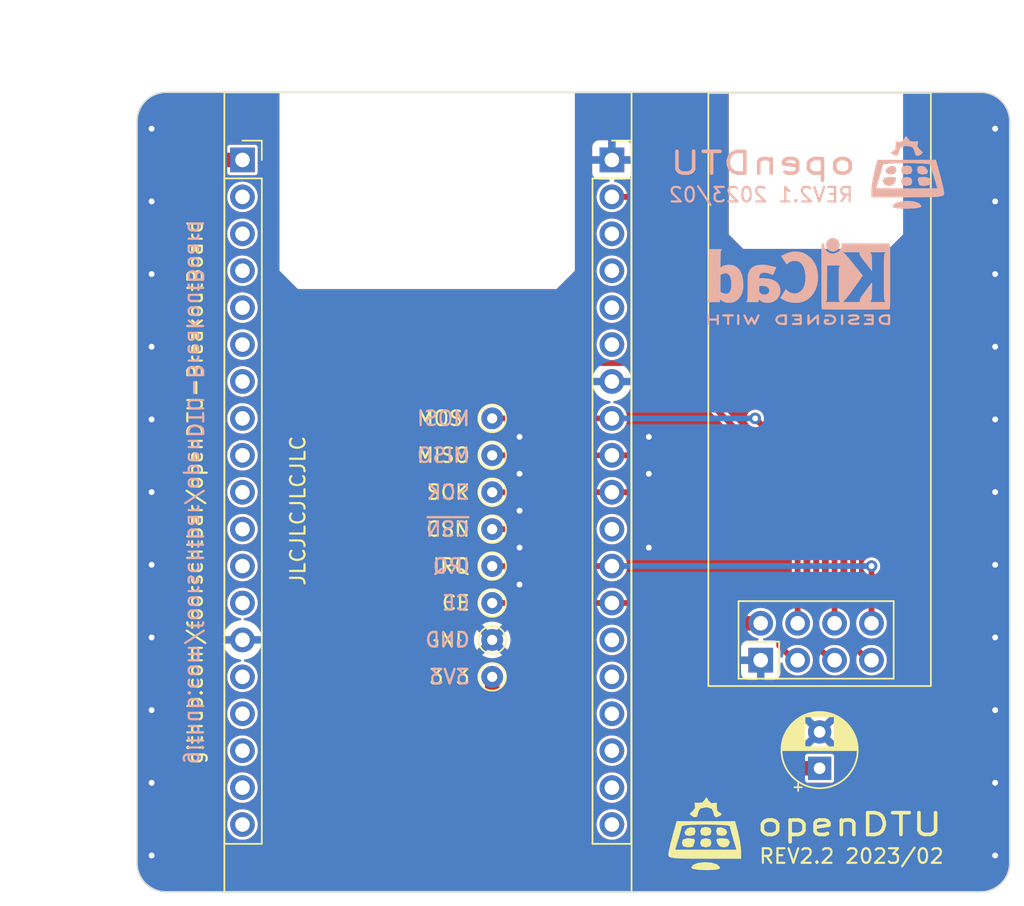
<source format=kicad_pcb>
(kicad_pcb (version 20221018) (generator pcbnew)
  (title_block (title "openDTU-BreakoutBoard") (date "2023-02-25") (rev "2.2"))
  (layers (0 "F.Cu" signal) (31 "B.Cu" signal) (34 "B.Paste" user) (35 "F.Paste" user) (36 "B.SilkS" user "B.Silkscreen") (37 "F.SilkS" user "F.Silkscreen") (38 "B.Mask" user) (39 "F.Mask" user) (44 "Edge.Cuts" user))
  (net 0 "")
  (net 1 "+3.3V")
  (net 14 "GND")
  (net 26 "/CE")
  (net 27 "/IRQ")
  (net 29 "/~{CSN}")
  (net 30 "/SCK")
  (net 31 "/MISO")
  (net 36 "/MOSI")
  (footprint "TestPoint:TestPoint_THTPad_D1.5mm_Drill0.7mm" (layer "F.Cu") (at 139.5975 92.866)
    (fp_text reference "TP2" hide)
    (fp_text value "TestPoint" hide)
    (fp_text user "MISO" (at -3.353333 0 unlocked) (layer "B.SilkS") (effects (justify mirror)))
    (fp_text user "MISO" (at -3.353333 0 unlocked) (layer "F.SilkS"))
    (pad "1" thru_hole circle (at 0 0) (size 1.5 1.5) (drill 0.7) (layers "*.Cu" "*.Mask") (net 31 "/MISO"))
  )
  (footprint "TestPoint:TestPoint_THTPad_D1.5mm_Drill0.7mm" (layer "F.Cu") (at 139.5975 108.106)
    (fp_text reference "TP7" hide)
    (fp_text value "TestPoint" hide)
    (pad "1" thru_hole circle (at 0 0) (size 1.5 1.5) (drill 0.7) (layers "*.Cu" "*.Mask") (net 1 "+3.3V"))
  )
  (footprint "TestPoint:TestPoint_THTPad_D1.5mm_Drill0.7mm" (layer "F.Cu") (at 139.5975 95.406)
    (fp_text reference "TP3" hide)
    (fp_text value "TestPoint" hide)
    (fp_text user "SCK" (at -3.02 0 unlocked) (layer "B.SilkS") (effects (justify mirror)))
    (fp_text user "SCK" (at -3.02 0 unlocked) (layer "F.SilkS"))
    (pad "1" thru_hole circle (at 0 0) (size 1.5 1.5) (drill 0.7) (layers "*.Cu" "*.Mask") (net 30 "/SCK"))
  )
  (footprint "TestPoint:TestPoint_THTPad_D1.5mm_Drill0.7mm" (layer "F.Cu") (at 139.5975 90.326)
    (fp_text reference "TP1" hide)
    (fp_text value "TestPoint" hide)
    (fp_text user "MOSI" (at -3.353333 0 unlocked) (layer "B.SilkS") (effects (justify mirror)))
    (fp_text user "MOSI" (at -3.353333 0 unlocked) (layer "F.SilkS"))
    (pad "1" thru_hole circle (at 0 0) (size 1.5 1.5) (drill 0.7) (layers "*.Cu" "*.Mask") (net 36 "/MOSI"))
  )
  (footprint "ESP32-NodeMCU_WROOM_32:ESP32-NodeMCU_WROOM_32" (layer "F.Cu") (at 122.4275 72.546)
    (fp_text reference "U1" hide)
    (fp_text value "ESP32NodeMCU")
    (pad "1" thru_hole rect (at 0 0) (size 1.7 1.7) (drill 1) (layers "*.Cu" "*.Mask") (net 1 "+3.3V"))
    (pad "2" thru_hole oval (at 0 2.54) (size 1.7 1.7) (drill 1) (layers "*.Cu" "*.Mask"))
    (pad "3" thru_hole oval (at 0 5.08) (size 1.7 1.7) (drill 1) (layers "*.Cu" "*.Mask"))
    (pad "4" thru_hole oval (at 0 7.62) (size 1.7 1.7) (drill 1) (layers "*.Cu" "*.Mask"))
    (pad "5" thru_hole oval (at 0 10.16) (size 1.7 1.7) (drill 1) (layers "*.Cu" "*.Mask"))
    (pad "6" thru_hole oval (at 0 12.7) (size 1.7 1.7) (drill 1) (layers "*.Cu" "*.Mask"))
    (pad "7" thru_hole oval (at 0 15.24) (size 1.7 1.7) (drill 1) (layers "*.Cu" "*.Mask"))
    (pad "8" thru_hole oval (at 0 17.78) (size 1.7 1.7) (drill 1) (layers "*.Cu" "*.Mask"))
    (pad "9" thru_hole oval (at 0 20.32) (size 1.7 1.7) (drill 1) (layers "*.Cu" "*.Mask"))
    (pad "10" thru_hole oval (at 0 22.86) (size 1.7 1.7) (drill 1) (layers "*.Cu" "*.Mask"))
    (pad "11" thru_hole oval (at 0 25.4) (size 1.7 1.7) (drill 1) (layers "*.Cu" "*.Mask"))
    (pad "12" thru_hole oval (at 0 27.94) (size 1.7 1.7) (drill 1) (layers "*.Cu" "*.Mask"))
    (pad "13" thru_hole oval (at 0 30.48) (size 1.7 1.7) (drill 1) (layers "*.Cu" "*.Mask"))
    (pad "14" thru_hole oval (at 0 33.02) (size 1.7 1.7) (drill 1) (layers "*.Cu" "*.Mask") (net 14 "GND"))
    (pad "15" thru_hole oval (at 0 35.56) (size 1.7 1.7) (drill 1) (layers "*.Cu" "*.Mask"))
    (pad "16" thru_hole oval (at 0 38.1) (size 1.7 1.7) (drill 1) (layers "*.Cu" "*.Mask"))
    (pad "17" thru_hole oval (at 0 40.64) (size 1.7 1.7) (drill 1) (layers "*.Cu" "*.Mask"))
    (pad "18" thru_hole oval (at 0 43.18) (size 1.7 1.7) (drill 1) (layers "*.Cu" "*.Mask"))
    (pad "19" thru_hole oval (at 0 45.72) (size 1.7 1.7) (drill 1) (layers "*.Cu" "*.Mask"))
    (pad "20" thru_hole oval (at 25.4 45.72) (size 1.7 1.7) (drill 1) (layers "*.Cu" "*.Mask"))
    (pad "21" thru_hole oval (at 25.4 43.18) (size 1.7 1.7) (drill 1) (layers "*.Cu" "*.Mask"))
    (pad "22" thru_hole oval (at 25.4 40.64) (size 1.7 1.7) (drill 1) (layers "*.Cu" "*.Mask"))
    (pad "23" thru_hole oval (at 25.4 38.1) (size 1.7 1.7) (drill 1) (layers "*.Cu" "*.Mask"))
    (pad "24" thru_hole oval (at 25.4 35.56) (size 1.7 1.7) (drill 1) (layers "*.Cu" "*.Mask"))
    (pad "25" thru_hole oval (at 25.4 33.02) (size 1.7 1.7) (drill 1) (layers "*.Cu" "*.Mask"))
    (pad "26" thru_hole oval (at 25.4 30.48) (size 1.7 1.7) (drill 1) (layers "*.Cu" "*.Mask") (net 26 "/CE"))
    (pad "27" thru_hole oval (at 25.4 27.94) (size 1.7 1.7) (drill 1) (layers "*.Cu" "*.Mask") (net 27 "/IRQ"))
    (pad "28" thru_hole oval (at 25.4 25.4) (size 1.7 1.7) (drill 1) (layers "*.Cu" "*.Mask"))
    (pad "29" thru_hole oval (at 25.4 22.86) (size 1.7 1.7) (drill 1) (layers "*.Cu" "*.Mask") (net 29 "/~{CSN}"))
    (pad "30" thru_hole oval (at 25.4 20.32) (size 1.7 1.7) (drill 1) (layers "*.Cu" "*.Mask") (net 30 "/SCK"))
    (pad "31" thru_hole oval (at 25.4 17.78) (size 1.7 1.7) (drill 1) (layers "*.Cu" "*.Mask") (net 31 "/MISO"))
    (pad "32" thru_hole oval (at 25.4 15.24) (size 1.7 1.7) (drill 1) (layers "*.Cu" "*.Mask") (net 14 "GND"))
    (pad "33" thru_hole oval (at 25.4 12.7) (size 1.7 1.7) (drill 1) (layers "*.Cu" "*.Mask"))
    (pad "34" thru_hole oval (at 25.4 10.16) (size 1.7 1.7) (drill 1) (layers "*.Cu" "*.Mask"))
    (pad "35" thru_hole oval (at 25.4 7.62) (size 1.7 1.7) (drill 1) (layers "*.Cu" "*.Mask"))
    (pad "36" thru_hole oval (at 25.4 5.08) (size 1.7 1.7) (drill 1) (layers "*.Cu" "*.Mask"))
    (pad "37" thru_hole oval (at 25.4 2.54) (size 1.7 1.7) (drill 1) (layers "*.Cu" "*.Mask") (net 36 "/MOSI"))
    (pad "38" thru_hole rect (at 25.4 0) (size 1.7 1.7) (drill 1) (layers "*.Cu" "*.Mask") (net 14 "GND"))
  )
  (footprint "OpenDTU_logo:OpenDTU" (layer "F.Cu") (at 154.208694 118.896)
    (fp_text reference "G***" hide)
    (fp_text value "LOGO" hide)
  )
  (footprint "Capacitor_THT:CP_Radial_D5.0mm_P2.50mm" (layer "F.Cu") (at 162.11 114.396 90)
    (fp_text reference "C1" hide)
    (fp_text value "10uF" hide)
    (pad "1" thru_hole rect (at 0 0 90) (size 1.6 1.6) (drill 0.8) (layers "*.Cu" "*.Mask") (net 1 "+3.3V"))
    (pad "2" thru_hole circle (at 2.5 0 90) (size 1.6 1.6) (drill 0.8) (layers "*.Cu" "*.Mask") (net 14 "GND"))
  )
  (footprint "TestPoint:TestPoint_THTPad_D1.5mm_Drill0.7mm" (layer "F.Cu") (at 139.5975 100.486)
    (fp_text reference "TP5" hide)
    (fp_text value "TestPoint" hide)
    (fp_text user "IRQ" (at -2.805714 0 unlocked) (layer "B.SilkS") (effects (justify mirror)))
    (fp_text user "IRQ" (at -2.805714 0 unlocked) (layer "F.SilkS"))
    (pad "1" thru_hole circle (at 0 0) (size 1.5 1.5) (drill 0.7) (layers "*.Cu" "*.Mask") (net 27 "/IRQ"))
  )
  (footprint "TestPoint:TestPoint_THTPad_D1.5mm_Drill0.7mm" (layer "F.Cu") (at 139.5975 103.026)
    (fp_text reference "TP6" hide)
    (fp_text value "TestPoint" hide)
    (fp_text user "GND" (at -3.067619 2.54 unlocked) (layer "B.SilkS") (effects (justify mirror)))
    (fp_text user "CE" (at -2.49619 0 unlocked) (layer "B.SilkS") (effects (justify mirror)))
    (fp_text user "3V3" (at -2.924762 5.08 unlocked) (layer "B.SilkS") (effects (justify mirror)))
    (fp_text user "GND" (at -3.067619 2.54 unlocked) (layer "F.SilkS"))
    (fp_text user "CE" (at -2.49619 0 unlocked) (layer "F.SilkS"))
    (fp_text user "3V3" (at -2.924762 5.08 unlocked) (layer "F.SilkS"))
    (pad "1" thru_hole circle (at 0 0) (size 1.5 1.5) (drill 0.7) (layers "*.Cu" "*.Mask") (net 26 "/CE"))
  )
  (footprint "nRF24L01+PA+LNA_Breakout:nRF24L01+PA+LNA_Breakout" (layer "F.Cu") (at 158.06 106.961 90)
    (fp_text reference "U2" hide)
    (fp_text value "NRF24L01+PA+LNA_Breakout" hide)
    (pad "1" thru_hole rect (at 0 0 90) (size 1.7 1.7) (drill 1) (layers "*.Cu" "*.Mask") (net 14 "GND"))
    (pad "2" thru_hole circle (at 2.54 0 90) (size 1.7 1.7) (drill 1) (layers "*.Cu" "*.Mask") (net 1 "+3.3V"))
    (pad "3" thru_hole circle (at 0 2.54 90) (size 1.7 1.7) (drill 1) (layers "*.Cu" "*.Mask") (net 26 "/CE"))
    (pad "4" thru_hole circle (at 2.54 2.54 90) (size 1.7 1.7) (drill 1) (layers "*.Cu" "*.Mask") (net 29 "/~{CSN}"))
    (pad "5" thru_hole circle (at 0 5.08 90) (size 1.7 1.7) (drill 1) (layers "*.Cu" "*.Mask") (net 30 "/SCK"))
    (pad "6" thru_hole circle (at 2.54 5.08 90) (size 1.7 1.7) (drill 1) (layers "*.Cu" "*.Mask") (net 36 "/MOSI"))
    (pad "7" thru_hole circle (at 0 7.62 90) (size 1.7 1.7) (drill 1) (layers "*.Cu" "*.Mask") (net 31 "/MISO"))
    (pad "8" thru_hole circle (at 2.54 7.62 90) (size 1.7 1.7) (drill 1) (layers "*.Cu" "*.Mask") (net 27 "/IRQ"))
  )
  (footprint "TestPoint:TestPoint_THTPad_D1.5mm_Drill0.7mm" (layer "F.Cu") (at 139.5975 105.566)
    (fp_text reference "TP8" hide)
    (fp_text value "TestPoint" hide)
    (pad "1" thru_hole circle (at 0 0) (size 1.5 1.5) (drill 0.7) (layers "*.Cu" "*.Mask") (net 14 "GND"))
  )
  (footprint "TestPoint:TestPoint_THTPad_D1.5mm_Drill0.7mm" (layer "F.Cu") (at 139.5975 97.946)
    (fp_text reference "TP4" hide)
    (fp_text value "TestPoint" hide)
    (fp_text user "~{CSN}" (at -3.043809 0 unlocked) (layer "B.SilkS") (effects (justify mirror)))
    (fp_text user "~{CSN}" (at -3.043809 0 unlocked) (layer "F.SilkS"))
    (pad "1" thru_hole circle (at 0 0) (size 1.5 1.5) (drill 0.7) (layers "*.Cu" "*.Mask") (net 29 "/~{CSN}"))
  )
  (footprint "OpenDTU_logo:OpenDTU" (layer "B.Cu") (at 168.18 73.396 180)
    (fp_text reference "G***" hide)
    (fp_text value "LOGO" hide)
  )
  (footprint "Symbol:KiCad-Logo2_5mm_SilkScreen" (layer "B.Cu") (at 160.68 80.896 180)
    (fp_text reference "REF**" hide)
    (fp_text value "KiCad-Logo2_5mm_SilkScreen" hide)
  )
  (gr_arc (start 173.18 67.896) (mid 174.594214 68.481786) (end 175.18 69.896) (stroke (width 0.1)) (layer "Edge.Cuts"))
  (gr_line (start 175.18 69.896) (end 175.18 120.896) (stroke (width 0.1)) (layer "Edge.Cuts"))
  (gr_line (start 115.18 120.896) (end 115.18 69.896) (stroke (width 0.1)) (layer "Edge.Cuts"))
  (gr_line (start 117.18 67.896) (end 173.18 67.896) (stroke (width 0.1)) (layer "Edge.Cuts"))
  (gr_line (start 173.18 122.896) (end 117.18 122.896) (stroke (width 0.1)) (layer "Edge.Cuts"))
  (gr_arc (start 175.18 120.896) (mid 174.594214 122.310214) (end 173.18 122.896) (stroke (width 0.1)) (layer "Edge.Cuts"))
  (gr_arc (start 115.18 69.896) (mid 115.765786 68.481786) (end 117.18 67.896) (stroke (width 0.1)) (layer "Edge.Cuts"))
  (gr_arc (start 117.18 122.896) (mid 115.765786 122.310214) (end 115.18 120.896) (stroke (width 0.1)) (layer "Edge.Cuts"))
  (gr_text "REV2.1 2023/02" (at 164.514524 74.9446) (layer "B.SilkS") (effects (font (size 1 1)) (justify left mirror)))
  (gr_text "github.com/foorschtbar/openDTU-BreakoutBoard" (at 119.18 95.396 -90) (layer "B.SilkS") (effects (font (size 1 1)) (justify mirror)))
  (gr_text "openDTU" (at 164.755 72.7696) (layer "B.SilkS") (effects (font (size 1.5 2) (thickness 0.25)) (justify left mirror)))
  (gr_text "REV2.2 2023/02" (at 157.87417 120.4446) (layer "F.SilkS") (effects (font (size 1 1)) (justify left)))
  (gr_text "openDTU" (at 157.633694 118.2696) (layer "F.SilkS") (effects (font (size 1.5 2) (thickness 0.25)) (justify left)))
  (gr_text "github.com/foorschtbar/openDTU-BreakoutBoard" (at 119.18 95.396 90) (layer "F.SilkS") (effects (font (size 1 1))))
  (gr_text "JLCJLCJLCJLC" (at 126.2375 96.676 90) (layer "F.SilkS") (effects (font (size 1 1))))
  (segment (start 154.18 119.396) (end 154.18 113.396) (width 1) (layer "F.Cu") (net 1))
  (segment (start 119.18 74.396) (end 119.18 118.396) (width 1) (layer "F.Cu") (net 1))
  (segment (start 162.11 114.396) (end 154.18 114.396) (width 1) (layer "F.Cu") (net 1))
  (segment (start 122.18 121.396) (end 139.68 121.396) (width 1) (layer "F.Cu") (net 1))
  (segment (start 119.18 118.396) (end 122.18 121.396) (width 1) (layer "F.Cu") (net 1))
  (segment (start 154.18 106.396) (end 156.155 104.421) (width 1) (layer "F.Cu") (net 1))
  (segment (start 122.4275 72.546) (end 121.03 72.546) (width 1) (layer "F.Cu") (net 1))
  (segment (start 154.18 113.396) (end 154.18 106.396) (width 1) (layer "F.Cu") (net 1))
  (segment (start 139.5975 121.3135) (end 139.68 121.396) (width 1) (layer "F.Cu") (net 1))
  (segment (start 156.155 104.421) (end 158.06 104.421) (width 1) (layer "F.Cu") (net 1))
  (segment (start 152.18 121.396) (end 154.18 119.396) (width 1) (layer "F.Cu") (net 1))
  (segment (start 139.68 121.396) (end 152.18 121.396) (width 1) (layer "F.Cu") (net 1))
  (segment (start 139.5975 108.106) (end 139.5975 121.3135) (width 1) (layer "F.Cu") (net 1))
  (segment (start 121.03 72.546) (end 119.18 74.396) (width 1) (layer "F.Cu") (net 1))
  (via (at 174.18 75.396) (size 0.8) (drill 0.4) (layers "F.Cu" "B.Cu") (net 14))
  (via (at 150.3675 99.216) (size 0.8) (drill 0.4) (layers "F.Cu" "B.Cu") (net 14))
  (via (at 116.18 110.396) (size 0.8) (drill 0.4) (layers "F.Cu" "B.Cu") (net 14))
  (via (at 174.18 70.396) (size 0.8) (drill 0.4) (layers "F.Cu" "B.Cu") (net 14))
  (via (at 174.18 100.396) (size 0.8) (drill 0.4) (layers "F.Cu" "B.Cu") (net 14))
  (via (at 116.18 95.396) (size 0.8) (drill 0.4) (layers "F.Cu" "B.Cu") (net 14))
  (via (at 174.18 85.396) (size 0.8) (drill 0.4) (layers "F.Cu" "B.Cu") (net 14))
  (via (at 174.18 95.396) (size 0.8) (drill 0.4) (layers "F.Cu" "B.Cu") (net 14))
  (via (at 150.3675 91.596) (size 0.8) (drill 0.4) (layers "F.Cu" "B.Cu") (net 14))
  (via (at 150.3675 94.136) (size 0.8) (drill 0.4) (layers "F.Cu" "B.Cu") (net 14))
  (via (at 116.18 100.396) (size 0.8) (drill 0.4) (layers "F.Cu" "B.Cu") (net 14))
  (via (at 116.18 90.396) (size 0.8) (drill 0.4) (layers "F.Cu" "B.Cu") (net 14))
  (via (at 141.4775 101.756) (size 0.8) (drill 0.4) (layers "F.Cu" "B.Cu") (net 14))
  (via (at 174.18 90.396) (size 0.8) (drill 0.4) (layers "F.Cu" "B.Cu") (net 14))
  (via (at 174.18 110.396) (size 0.8) (drill 0.4) (layers "F.Cu" "B.Cu") (net 14))
  (via (at 116.18 85.396) (size 0.8) (drill 0.4) (layers "F.Cu" "B.Cu") (net 14))
  (via (at 116.18 120.396) (size 0.8) (drill 0.4) (layers "F.Cu" "B.Cu") (net 14))
  (via (at 116.18 75.396) (size 0.8) (drill 0.4) (layers "F.Cu" "B.Cu") (net 14))
  (via (at 116.18 105.396) (size 0.8) (drill 0.4) (layers "F.Cu" "B.Cu") (net 14))
  (via (at 116.18 115.396) (size 0.8) (drill 0.4) (layers "F.Cu" "B.Cu") (net 14))
  (via (at 116.18 70.396) (size 0.8) (drill 0.4) (layers "F.Cu" "B.Cu") (net 14))
  (via (at 116.18 80.396) (size 0.8) (drill 0.4) (layers "F.Cu" "B.Cu") (net 14))
  (via (at 174.18 80.396) (size 0.8) (drill 0.4) (layers "F.Cu" "B.Cu") (net 14))
  (via (at 174.18 105.396) (size 0.8) (drill 0.4) (layers "F.Cu" "B.Cu") (net 14))
  (via (at 174.18 120.396) (size 0.8) (drill 0.4) (layers "F.Cu" "B.Cu") (net 14))
  (via (at 141.4775 94.136) (size 0.8) (drill 0.4) (layers "F.Cu" "B.Cu") (net 14))
  (via (at 141.4775 91.596) (size 0.8) (drill 0.4) (layers "F.Cu" "B.Cu") (net 14))
  (via (at 141.4775 96.676) (size 0.8) (drill 0.4) (layers "F.Cu" "B.Cu") (net 14))
  (via (at 141.4775 99.216) (size 0.8) (drill 0.4) (layers "F.Cu" "B.Cu") (net 14))
  (via (at 174.18 115.396) (size 0.8) (drill 0.4) (layers "F.Cu" "B.Cu") (net 14))
  (segment (start 147.8275 103.026) (end 158.432767 103.026) (width 0.4) (layer "F.Cu") (net 26))
  (segment (start 159.3342 103.927433) (end 159.3342 105.9452) (width 0.4) (layer "F.Cu") (net 26))
  (segment (start 147.8275 103.026) (end 139.5975 103.026) (width 0.4) (layer "F.Cu") (net 26))
  (segment (start 159.3342 105.9452) (end 160.6 107.211) (width 0.4) (layer "F.Cu") (net 26))
  (segment (start 158.432767 103.026) (end 159.3342 103.927433) (width 0.4) (layer "F.Cu") (net 26))
  (segment (start 147.8275 100.486) (end 139.5975 100.486) (width 0.4) (layer "F.Cu") (net 27))
  (segment (start 165.68 100.486) (end 165.68 104.421) (width 0.4) (layer "F.Cu") (net 27))
  (via (at 165.68 100.486) (size 0.8) (drill 0.4) (layers "F.Cu" "B.Cu") (net 27))
  (segment (start 165.6842 100.486) (end 147.8275 100.486) (width 0.4) (layer "B.Cu") (net 27))
  (segment (start 142.7475 97.946) (end 145.2875 95.406) (width 0.4) (layer "F.Cu") (net 29))
  (segment (start 147.8275 95.406) (end 156.69 95.406) (width 0.4) (layer "F.Cu") (net 29))
  (segment (start 160.6 99.316) (end 160.6 104.671) (width 0.4) (layer "F.Cu") (net 29))
  (segment (start 156.69 95.406) (end 160.6 99.316) (width 0.4) (layer "F.Cu") (net 29))
  (segment (start 145.2875 95.406) (end 147.8275 95.406) (width 0.4) (layer "F.Cu") (net 29))
  (segment (start 139.5975 97.946) (end 142.7475 97.946) (width 0.4) (layer "F.Cu") (net 29))
  (segment (start 156.15 92.866) (end 161.8742 98.5902) (width 0.4) (layer "F.Cu") (net 30))
  (segment (start 139.5975 95.406) (end 142.7475 95.406) (width 0.4) (layer "F.Cu") (net 30))
  (segment (start 161.8742 105.9452) (end 163.14 107.211) (width 0.4) (layer "F.Cu") (net 30))
  (segment (start 142.7475 95.406) (end 145.2875 92.866) (width 0.4) (layer "F.Cu") (net 30))
  (segment (start 145.2875 92.866) (end 147.8275 92.866) (width 0.4) (layer "F.Cu") (net 30))
  (segment (start 147.8275 92.866) (end 156.15 92.866) (width 0.4) (layer "F.Cu") (net 30))
  (segment (start 161.8742 98.5902) (end 161.8742 105.9452) (width 0.4) (layer "F.Cu") (net 30))
  (segment (start 165.68 107.211) (end 164.4142 105.9452) (width 0.4) (layer "F.Cu") (net 31))
  (segment (start 164.4142 105.9452) (end 164.4142 97.0602) (width 0.4) (layer "F.Cu") (net 31))
  (segment (start 139.5975 92.866) (end 142.7475 92.866) (width 0.4) (layer "F.Cu") (net 31))
  (segment (start 164.4142 97.0602) (end 157.68 90.326) (width 0.4) (layer "F.Cu") (net 31))
  (segment (start 145.2875 90.326) (end 147.8275 90.326) (width 0.4) (layer "F.Cu") (net 31))
  (segment (start 142.7475 92.866) (end 145.2875 90.326) (width 0.4) (layer "F.Cu") (net 31))
  (via (at 157.68 90.326) (size 0.8) (drill 0.4) (layers "F.Cu" "B.Cu") (net 31))
  (segment (start 147.8275 90.326) (end 157.68 90.326) (width 0.4) (layer "B.Cu") (net 31))
  (segment (start 151.8152 86.516) (end 150.3675 86.516) (width 0.4) (layer "F.Cu") (net 36))
  (segment (start 146.5575 86.516) (end 150.3675 86.516) (width 0.4) (layer "F.Cu") (net 36))
  (segment (start 163.14 104.671) (end 163.14 97.8408) (width 0.4) (layer "F.Cu") (net 36))
  (segment (start 150.3675 76.356) (end 149.0975 75.086) (width 0.4) (layer "F.Cu") (net 36))
  (segment (start 149.0975 75.086) (end 147.8275 75.086) (width 0.4) (layer "F.Cu") (net 36))
  (segment (start 139.5975 90.326) (end 142.7475 90.326) (width 0.4) (layer "F.Cu") (net 36))
  (segment (start 150.3675 86.516) (end 150.3675 76.356) (width 0.4) (layer "F.Cu") (net 36))
  (segment (start 142.7475 90.326) (end 146.5575 86.516) (width 0.4) (layer "F.Cu") (net 36))
  (segment (start 163.14 97.8408) (end 151.8152 86.516) (width 0.4) (layer "F.Cu") (net 36))
  (zone (net 14) (net_name "GND") (layers "F&B.Cu") (connect_pads (clearance 0.1524)) (min_thickness 0.1524) (fill yes (thermal_gap 0.508) (thermal_bridge_width 0.508))
    (polygon (pts (xy 176.18 123.896) (xy 114.18 123.896) (xy 114.18 66.896) (xy 176.18 66.896)))
  )
  (zone (net 0) (net_name "") (layers "F&B.Cu") (name "ESP32 WiFi ") (connect_pads (clearance 0)) (min_thickness 0.254)
    (keepout (tracks allowed) (vias allowed) (pads allowed) (copperpour not_allowed) (footprints allowed))
    (fill (thermal_gap 0.508) (thermal_bridge_width 0.508))
    (polygon (pts (xy 145.2875 80.166) (xy 144.6525 80.801) (xy 144.0175 81.436) (xy 135.1275 81.436) (xy 126.2375 81.436) (xy 125.6025 80.801) (xy 124.9675 80.166) (xy 124.9675 75.721) (xy 124.9675 67.896) (xy 145.2875 67.896)))
  )
  (zone (net 0) (net_name "") (layers "F&B.Cu") (name "ESP32 WiFi ") (connect_pads (clearance 0)) (min_thickness 0.254)
    (keepout (tracks allowed) (vias allowed) (pads allowed) (copperpour not_allowed) (footprints allowed))
    (fill (thermal_gap 0.508) (thermal_bridge_width 0.508))
    (polygon (pts (xy 167.86 77.666) (xy 167.36 78.166) (xy 166.86 78.666) (xy 161.86 78.666) (xy 156.86 78.666) (xy 156.36 78.166) (xy 155.86 77.666) (xy 155.86 75.721) (xy 155.86 67.916) (xy 167.86 67.916)))
  )
)
</source>
